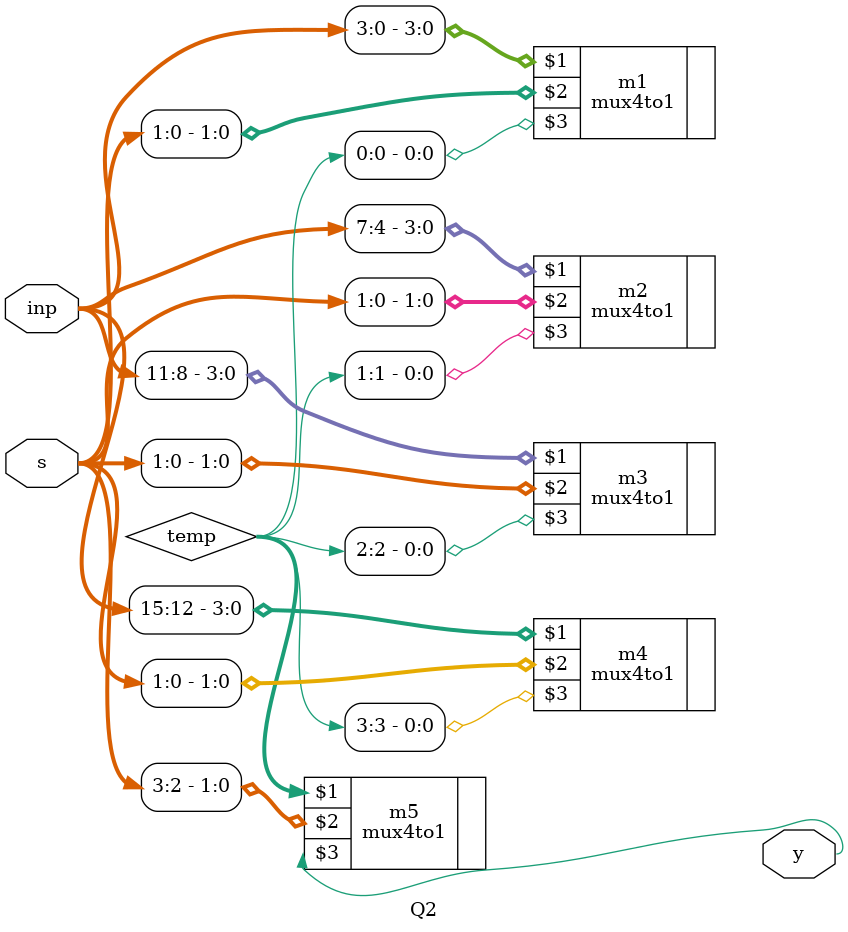
<source format=v>
`include "mux4to1.v"
module Q2(inp, s, y);
input [15:0]inp;
input [3:0]s;
output y;
wire [3:0]temp;
mux4to1 m1(inp[3:0],s[1:0],temp[0]);
mux4to1 m2(inp[7:4],s[1:0],temp[1]);
mux4to1 m3(inp[11:8],s[1:0],temp[2]);
mux4to1 m4(inp[15:12],s[1:0],temp[3]);
mux4to1 m5(temp[3:0],s[3:2],y);
endmodule

</source>
